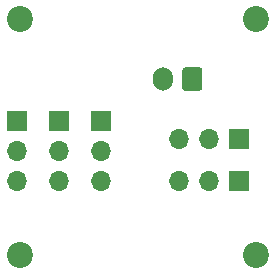
<source format=gbr>
%TF.GenerationSoftware,KiCad,Pcbnew,(5.1.9)-1*%
%TF.CreationDate,2021-08-13T14:48:15+01:00*%
%TF.ProjectId,5-servos,352d7365-7276-46f7-932e-6b696361645f,rev?*%
%TF.SameCoordinates,Original*%
%TF.FileFunction,Soldermask,Bot*%
%TF.FilePolarity,Negative*%
%FSLAX46Y46*%
G04 Gerber Fmt 4.6, Leading zero omitted, Abs format (unit mm)*
G04 Created by KiCad (PCBNEW (5.1.9)-1) date 2021-08-13 14:48:15*
%MOMM*%
%LPD*%
G01*
G04 APERTURE LIST*
%ADD10O,1.700000X1.700000*%
%ADD11R,1.700000X1.700000*%
%ADD12O,1.700000X2.000000*%
%ADD13C,2.200000*%
G04 APERTURE END LIST*
D10*
%TO.C,J10*%
X159766000Y-155702000D03*
X159766000Y-153162000D03*
D11*
X159766000Y-150622000D03*
%TD*%
D10*
%TO.C,J5*%
X163322000Y-155702000D03*
X163322000Y-153162000D03*
D11*
X163322000Y-150622000D03*
%TD*%
D10*
%TO.C,J4*%
X166878000Y-155702000D03*
X166878000Y-153162000D03*
D11*
X166878000Y-150622000D03*
%TD*%
D10*
%TO.C,J3*%
X173482000Y-152146000D03*
X176022000Y-152146000D03*
D11*
X178562000Y-152146000D03*
%TD*%
D10*
%TO.C,J2*%
X173482000Y-155702000D03*
X176022000Y-155702000D03*
D11*
X178562000Y-155702000D03*
%TD*%
D12*
%TO.C,J6*%
X172125000Y-147066000D03*
G36*
G01*
X175475000Y-146316000D02*
X175475000Y-147816000D01*
G75*
G02*
X175225000Y-148066000I-250000J0D01*
G01*
X174025000Y-148066000D01*
G75*
G02*
X173775000Y-147816000I0J250000D01*
G01*
X173775000Y-146316000D01*
G75*
G02*
X174025000Y-146066000I250000J0D01*
G01*
X175225000Y-146066000D01*
G75*
G02*
X175475000Y-146316000I0J-250000D01*
G01*
G37*
%TD*%
D13*
%TO.C,H4*%
X180000000Y-162000000D03*
%TD*%
%TO.C,H3*%
X180000000Y-142000000D03*
%TD*%
%TO.C,H2*%
X160000000Y-162000000D03*
%TD*%
%TO.C,H1*%
X160000000Y-142000000D03*
%TD*%
M02*

</source>
